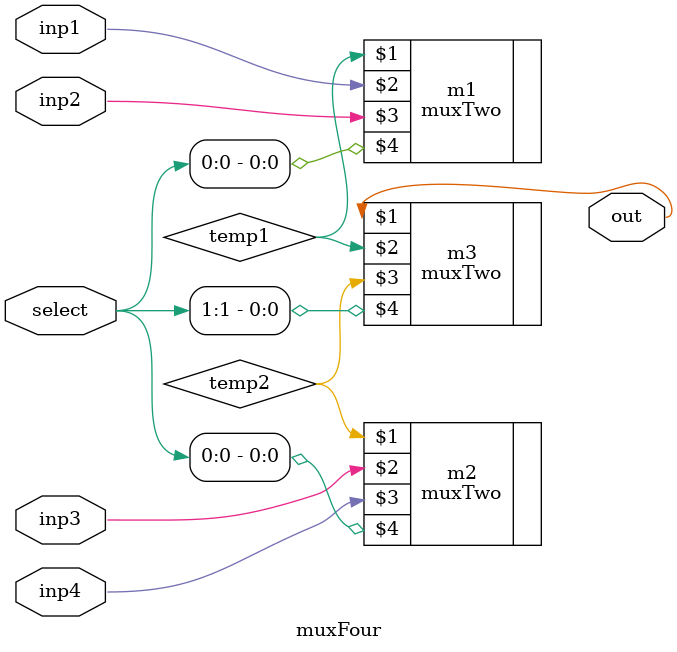
<source format=v>
module muxFour(out, inp1, inp2, inp3, inp4, select);
	// Input - Output declaration
	input inp1, inp2, inp3, inp4;
	input [1:0]select;
	output out;
	
	// Variables
	wire temp1, temp2;
	
	
	
	// Logical expression for 4:1 mux
	// Using three 2:1 mux to create 4:1 mux
	// m1(temp1) = inp1, inp2 MUX select[0]
	// m2(temp2) = inp3, inp4 MUX select[0]
	// m3(out) = temp1, temp2 MUX select[1]
	muxTwo m1(temp1, inp1, inp2, select[0]);
	muxTwo m2(temp2, inp3, inp4, select[0]);
	muxTwo m3(out, temp1, temp2, select[1]);
endmodule
</source>
